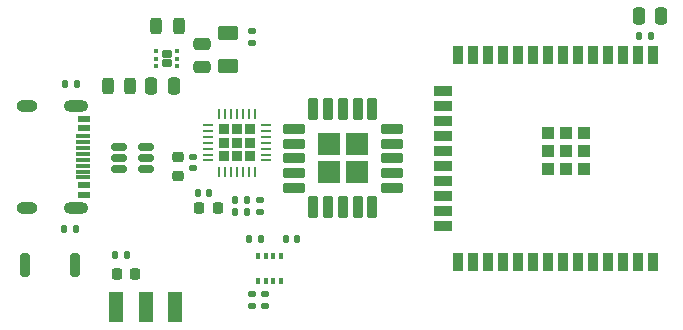
<source format=gbr>
%TF.GenerationSoftware,KiCad,Pcbnew,7.0.5-0*%
%TF.CreationDate,2024-04-27T19:16:13+02:00*%
%TF.ProjectId,esp32-eter,65737033-322d-4657-9465-722e6b696361,rev?*%
%TF.SameCoordinates,Original*%
%TF.FileFunction,Paste,Top*%
%TF.FilePolarity,Positive*%
%FSLAX46Y46*%
G04 Gerber Fmt 4.6, Leading zero omitted, Abs format (unit mm)*
G04 Created by KiCad (PCBNEW 7.0.5-0) date 2024-04-27 19:16:13*
%MOMM*%
%LPD*%
G01*
G04 APERTURE LIST*
G04 Aperture macros list*
%AMRoundRect*
0 Rectangle with rounded corners*
0 $1 Rounding radius*
0 $2 $3 $4 $5 $6 $7 $8 $9 X,Y pos of 4 corners*
0 Add a 4 corners polygon primitive as box body*
4,1,4,$2,$3,$4,$5,$6,$7,$8,$9,$2,$3,0*
0 Add four circle primitives for the rounded corners*
1,1,$1+$1,$2,$3*
1,1,$1+$1,$4,$5*
1,1,$1+$1,$6,$7*
1,1,$1+$1,$8,$9*
0 Add four rect primitives between the rounded corners*
20,1,$1+$1,$2,$3,$4,$5,0*
20,1,$1+$1,$4,$5,$6,$7,0*
20,1,$1+$1,$6,$7,$8,$9,0*
20,1,$1+$1,$8,$9,$2,$3,0*%
G04 Aperture macros list end*
%ADD10RoundRect,0.135000X0.135000X0.185000X-0.135000X0.185000X-0.135000X-0.185000X0.135000X-0.185000X0*%
%ADD11R,0.900000X1.500000*%
%ADD12R,1.500000X0.900000*%
%ADD13R,1.050000X1.050000*%
%ADD14RoundRect,0.140000X-0.140000X-0.170000X0.140000X-0.170000X0.140000X0.170000X-0.140000X0.170000X0*%
%ADD15RoundRect,0.135000X-0.185000X0.135000X-0.185000X-0.135000X0.185000X-0.135000X0.185000X0.135000X0*%
%ADD16RoundRect,0.172500X0.262500X0.172500X-0.262500X0.172500X-0.262500X-0.172500X0.262500X-0.172500X0*%
%ADD17RoundRect,0.093750X0.093750X0.106250X-0.093750X0.106250X-0.093750X-0.106250X0.093750X-0.106250X0*%
%ADD18R,1.000000X0.600000*%
%ADD19R,1.150000X0.300000*%
%ADD20O,2.100000X1.000000*%
%ADD21O,1.800000X1.000000*%
%ADD22RoundRect,0.250000X0.475000X-0.250000X0.475000X0.250000X-0.475000X0.250000X-0.475000X-0.250000X0*%
%ADD23RoundRect,0.243750X0.243750X0.456250X-0.243750X0.456250X-0.243750X-0.456250X0.243750X-0.456250X0*%
%ADD24R,1.250000X2.500000*%
%ADD25RoundRect,0.140000X-0.170000X0.140000X-0.170000X-0.140000X0.170000X-0.140000X0.170000X0.140000X0*%
%ADD26R,0.350000X0.500000*%
%ADD27RoundRect,0.250000X-0.625000X0.375000X-0.625000X-0.375000X0.625000X-0.375000X0.625000X0.375000X0*%
%ADD28RoundRect,0.135000X-0.135000X-0.185000X0.135000X-0.185000X0.135000X0.185000X-0.135000X0.185000X0*%
%ADD29RoundRect,0.140000X0.140000X0.170000X-0.140000X0.170000X-0.140000X-0.170000X0.140000X-0.170000X0*%
%ADD30RoundRect,0.225000X-0.250000X0.225000X-0.250000X-0.225000X0.250000X-0.225000X0.250000X0.225000X0*%
%ADD31RoundRect,0.250000X-0.250000X-0.475000X0.250000X-0.475000X0.250000X0.475000X-0.250000X0.475000X0*%
%ADD32RoundRect,0.243750X-0.243750X-0.456250X0.243750X-0.456250X0.243750X0.456250X-0.243750X0.456250X0*%
%ADD33RoundRect,0.225000X-0.225000X-0.225000X0.225000X-0.225000X0.225000X0.225000X-0.225000X0.225000X0*%
%ADD34RoundRect,0.062500X-0.337500X-0.062500X0.337500X-0.062500X0.337500X0.062500X-0.337500X0.062500X0*%
%ADD35RoundRect,0.062500X-0.062500X-0.337500X0.062500X-0.337500X0.062500X0.337500X-0.062500X0.337500X0*%
%ADD36RoundRect,0.225000X-0.225000X-0.250000X0.225000X-0.250000X0.225000X0.250000X-0.225000X0.250000X0*%
%ADD37RoundRect,0.200000X0.200000X0.800000X-0.200000X0.800000X-0.200000X-0.800000X0.200000X-0.800000X0*%
%ADD38RoundRect,0.135000X0.185000X-0.135000X0.185000X0.135000X-0.185000X0.135000X-0.185000X-0.135000X0*%
%ADD39RoundRect,0.250001X-0.714999X-0.714999X0.714999X-0.714999X0.714999X0.714999X-0.714999X0.714999X0*%
%ADD40RoundRect,0.212500X-0.737500X-0.212500X0.737500X-0.212500X0.737500X0.212500X-0.737500X0.212500X0*%
%ADD41RoundRect,0.212500X-0.212500X-0.737500X0.212500X-0.737500X0.212500X0.737500X-0.212500X0.737500X0*%
%ADD42RoundRect,0.150000X-0.512500X-0.150000X0.512500X-0.150000X0.512500X0.150000X-0.512500X0.150000X0*%
G04 APERTURE END LIST*
D10*
%TO.C,R3*%
X87560000Y-71660000D03*
X86540000Y-71660000D03*
%TD*%
D11*
%TO.C,U1*%
X121920000Y-58420000D03*
X120650000Y-58420000D03*
X119380000Y-58420000D03*
X118110000Y-58420000D03*
X116840000Y-58420000D03*
X115570000Y-58420000D03*
X114300000Y-58420000D03*
X113030000Y-58420000D03*
X111760000Y-58420000D03*
X110490000Y-58420000D03*
X109220000Y-58420000D03*
X107950000Y-58420000D03*
X106680000Y-58420000D03*
X105410000Y-58420000D03*
D12*
X104160000Y-61460000D03*
X104160000Y-62730000D03*
X104160000Y-64000000D03*
X104160000Y-65270000D03*
X104160000Y-66540000D03*
X104160000Y-67810000D03*
X104160000Y-69080000D03*
X104160000Y-70350000D03*
X104160000Y-71620000D03*
X104160000Y-72890000D03*
D11*
X105410000Y-75920000D03*
X106680000Y-75920000D03*
X107950000Y-75920000D03*
X109220000Y-75920000D03*
X110490000Y-75920000D03*
X111760000Y-75920000D03*
X113030000Y-75920000D03*
X114300000Y-75920000D03*
X115570000Y-75920000D03*
X116840000Y-75920000D03*
X118110000Y-75920000D03*
X119380000Y-75920000D03*
X120650000Y-75920000D03*
X121920000Y-75920000D03*
D13*
X116105000Y-64965000D03*
X114580000Y-64965000D03*
X113055000Y-64965000D03*
X116105000Y-66490000D03*
X114580000Y-66490000D03*
X113055000Y-66490000D03*
X116105000Y-68015000D03*
X114580000Y-68015000D03*
X113055000Y-68015000D03*
%TD*%
D10*
%TO.C,R8*%
X77420000Y-75300000D03*
X76400000Y-75300000D03*
%TD*%
D14*
%TO.C,C2*%
X120770000Y-56750000D03*
X121730000Y-56750000D03*
%TD*%
D15*
%TO.C,R7*%
X89050000Y-78600000D03*
X89050000Y-79620000D03*
%TD*%
D16*
%TO.C,U4*%
X80762500Y-59090000D03*
X80762500Y-58290000D03*
D17*
X81650000Y-59340000D03*
X81650000Y-58690000D03*
X81650000Y-58040000D03*
X79875000Y-58040000D03*
X79875000Y-58690000D03*
X79875000Y-59340000D03*
%TD*%
D18*
%TO.C,J1*%
X73755000Y-63800000D03*
X73755000Y-64600000D03*
D19*
X73680000Y-65750000D03*
X73680000Y-66750000D03*
X73680000Y-67250000D03*
X73680000Y-68250000D03*
D18*
X73755000Y-69400000D03*
X73755000Y-70200000D03*
X73755000Y-70200000D03*
X73755000Y-69400000D03*
D19*
X73680000Y-68750000D03*
X73680000Y-67750000D03*
X73680000Y-66250000D03*
X73680000Y-65250000D03*
D18*
X73755000Y-64600000D03*
X73755000Y-63800000D03*
D20*
X73105000Y-62680000D03*
D21*
X68925000Y-62680000D03*
D20*
X73105000Y-71320000D03*
D21*
X68925000Y-71320000D03*
%TD*%
D15*
%TO.C,R9*%
X87962500Y-56350000D03*
X87962500Y-57370000D03*
%TD*%
D22*
%TO.C,C8*%
X83712500Y-59370000D03*
X83712500Y-57470000D03*
%TD*%
D23*
%TO.C,D1*%
X77662500Y-61020000D03*
X75787500Y-61020000D03*
%TD*%
D14*
%TO.C,C3*%
X83370000Y-70070000D03*
X84330000Y-70070000D03*
%TD*%
D24*
%TO.C,EN*%
X76500000Y-79750000D03*
X79000000Y-79750000D03*
X81500000Y-79750000D03*
%TD*%
D25*
%TO.C,C6*%
X82960000Y-66980000D03*
X82960000Y-67940000D03*
%TD*%
D15*
%TO.C,R6*%
X87950000Y-78600000D03*
X87950000Y-79620000D03*
%TD*%
D26*
%TO.C,U5*%
X90450000Y-77485000D03*
X89800000Y-77485000D03*
X89150000Y-77485000D03*
X88500000Y-77485000D03*
X88500000Y-75435000D03*
X89150000Y-75435000D03*
X89800000Y-75435000D03*
X90450000Y-75435000D03*
%TD*%
D27*
%TO.C,D3*%
X85962500Y-56480000D03*
X85962500Y-59280000D03*
%TD*%
D28*
%TO.C,R4*%
X86530000Y-70660000D03*
X87550000Y-70660000D03*
%TD*%
D29*
%TO.C,C9*%
X88730000Y-74000000D03*
X87770000Y-74000000D03*
%TD*%
D30*
%TO.C,C5*%
X81710000Y-67060000D03*
X81710000Y-68610000D03*
%TD*%
D14*
%TO.C,C10*%
X90870000Y-73950000D03*
X91830000Y-73950000D03*
%TD*%
D31*
%TO.C,C7*%
X79462500Y-61000000D03*
X81362500Y-61000000D03*
%TD*%
D32*
%TO.C,D2*%
X79887500Y-55920000D03*
X81762500Y-55920000D03*
%TD*%
D33*
%TO.C,U3*%
X85590000Y-64690000D03*
X85590000Y-65810000D03*
X85590000Y-66930000D03*
X86710000Y-64690000D03*
X86710000Y-65810000D03*
X86710000Y-66930000D03*
X87830000Y-64690000D03*
X87830000Y-65810000D03*
X87830000Y-66930000D03*
D34*
X84260000Y-64310000D03*
X84260000Y-64810000D03*
X84260000Y-65310000D03*
X84260000Y-65810000D03*
X84260000Y-66310000D03*
X84260000Y-66810000D03*
X84260000Y-67310000D03*
D35*
X85210000Y-68260000D03*
X85710000Y-68260000D03*
X86210000Y-68260000D03*
X86710000Y-68260000D03*
X87210000Y-68260000D03*
X87710000Y-68260000D03*
X88210000Y-68260000D03*
D34*
X89160000Y-67310000D03*
X89160000Y-66810000D03*
X89160000Y-66310000D03*
X89160000Y-65810000D03*
X89160000Y-65310000D03*
X89160000Y-64810000D03*
X89160000Y-64310000D03*
D35*
X88210000Y-63360000D03*
X87710000Y-63360000D03*
X87210000Y-63360000D03*
X86710000Y-63360000D03*
X86210000Y-63360000D03*
X85710000Y-63360000D03*
X85210000Y-63360000D03*
%TD*%
D36*
%TO.C,C11*%
X76525000Y-76900000D03*
X78075000Y-76900000D03*
%TD*%
D31*
%TO.C,C1*%
X120750000Y-55100000D03*
X122650000Y-55100000D03*
%TD*%
D28*
%TO.C,R2*%
X72130000Y-60800000D03*
X73150000Y-60800000D03*
%TD*%
D36*
%TO.C,C4*%
X83525000Y-71370000D03*
X85075000Y-71370000D03*
%TD*%
D37*
%TO.C,BOOT*%
X73000000Y-76200000D03*
X68800000Y-76200000D03*
%TD*%
D38*
%TO.C,R5*%
X88650000Y-71670000D03*
X88650000Y-70650000D03*
%TD*%
D39*
%TO.C,U6*%
X94470000Y-65930000D03*
X94470000Y-68330000D03*
X96870000Y-65930000D03*
X96870000Y-68330000D03*
D40*
X91520000Y-64630000D03*
X91520000Y-65880000D03*
X91520000Y-67130000D03*
X91520000Y-68380000D03*
X91520000Y-69630000D03*
D41*
X93170000Y-71280000D03*
X94420000Y-71280000D03*
X95670000Y-71280000D03*
X96920000Y-71280000D03*
X98170000Y-71280000D03*
D40*
X99820000Y-69630000D03*
X99820000Y-68380000D03*
X99820000Y-67130000D03*
X99820000Y-65880000D03*
X99820000Y-64630000D03*
D41*
X98170000Y-62980000D03*
X96920000Y-62980000D03*
X95670000Y-62980000D03*
X94420000Y-62980000D03*
X93170000Y-62980000D03*
%TD*%
D28*
%TO.C,R1*%
X72080000Y-73100000D03*
X73100000Y-73100000D03*
%TD*%
D42*
%TO.C,U2*%
X76762500Y-66130000D03*
X76762500Y-67080000D03*
X76762500Y-68030000D03*
X79037500Y-68030000D03*
X79037500Y-67080000D03*
X79037500Y-66130000D03*
%TD*%
M02*

</source>
